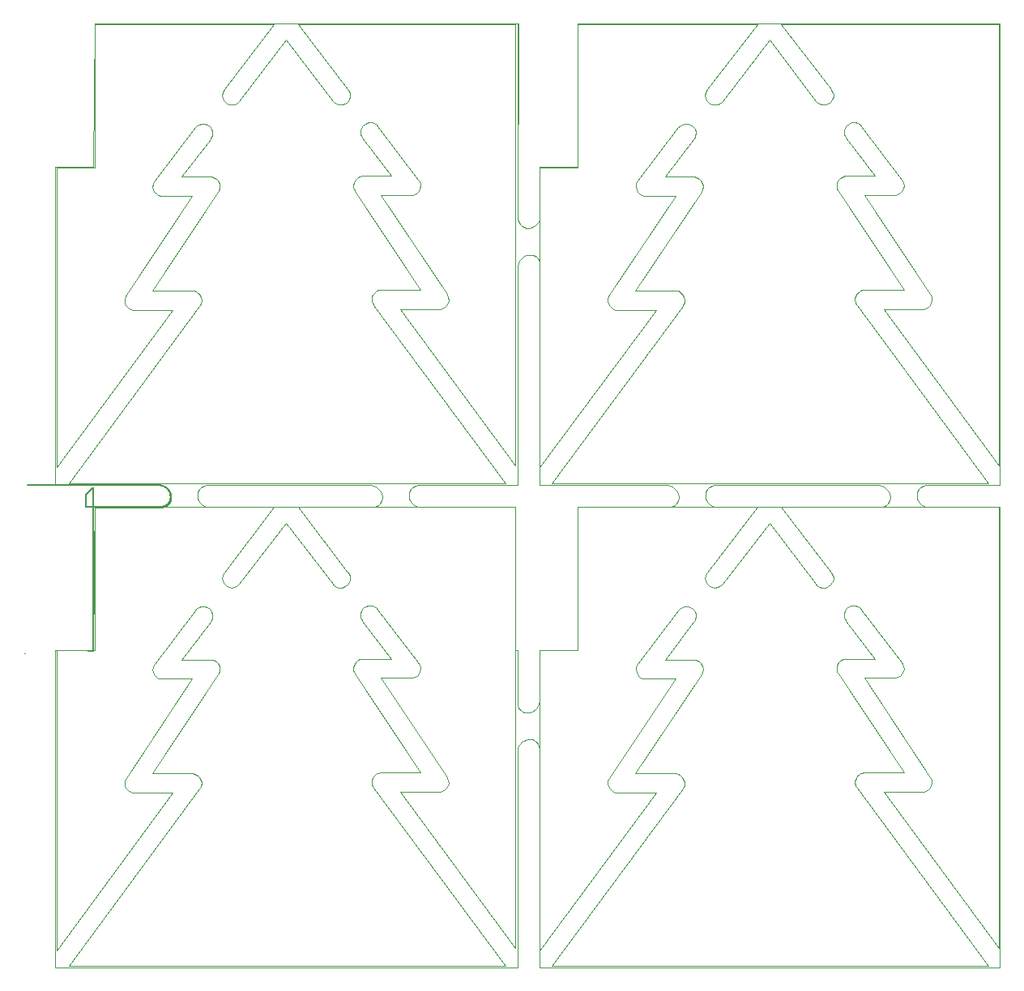
<source format=gm1>
%FSTAX23Y23*%
%MOIN*%
%SFA1B1*%

%IPPOS*%
%ADD33C,0.005000*%
%ADD34C,0.000000*%
%LNpcb_panel_v3-1*%
%LPD*%
G54D33*
X0143Y0289D02*
D01*
D01*
G75*
G03X0147Y0293I0J00040D01*
G74*G01*
D01*
D01*
G75*
G03X0142Y0298I-00050J0D01*
G74*G01*
X0115Y023D02*
Y0297D01*
X0112Y0294D02*
X0115Y0297D01*
X0112Y0289D02*
Y0294D01*
Y0289D02*
X0143D01*
X0141Y0298D02*
X0142D01*
X0135D02*
X0141D01*
X0116D02*
X0135D01*
X0088D02*
X0116D01*
G54D34*
X01159Y04881D02*
X029Y04881D01*
X01151Y04289D02*
X01159Y04881D01*
X00994Y04289D02*
X01151D01*
X00994Y03004D02*
X00994Y04289D01*
X00994Y03004D02*
X00994Y03004D01*
Y04289*
X01151*
X01159Y04881*
X02899*
Y04468D02*
Y04881D01*
Y04468D02*
X029Y04675D01*
Y04881*
X01425Y02982D02*
X01435Y0298D01*
X01131Y02982D02*
X01425D01*
X01131D02*
X01147Y0298D01*
X0142*
X01424*
X01434Y02978*
X01443Y02974*
X01451Y02968*
X01458Y02961*
X01464Y02953*
X01468Y02944*
X0147Y02934*
Y0293D02*
Y02934D01*
Y0293D02*
D01*
Y02926D02*
Y0293D01*
X01468Y02918D02*
X0147Y02926D01*
X01465Y02911D02*
X01468Y02918D01*
X01461Y02904D02*
X01465Y02911D01*
X01455Y02898D02*
X01461Y02904D01*
X01448Y02894D02*
X01455Y02898D01*
X01441Y02891D02*
X01448Y02894D01*
X01433Y0289D02*
X01441Y02891D01*
X01157Y0289D02*
X01433D01*
X01149Y02298D02*
X01157Y0289D01*
X01129Y02297D02*
X01149Y02298D01*
X01129Y02297D02*
X0115D01*
X01152Y023*
Y02469*
X01158Y02887*
X01434*
X01442Y02889*
X0145Y02892*
X01457Y02896*
X01463Y02902*
X01467Y02909*
X0147Y02917*
X01472Y02925*
Y0293*
Y02935*
X0147Y02945D02*
X01472Y02935D01*
X01466Y02954D02*
X0147Y02945D01*
X0146Y02963D02*
X01466Y02954D01*
X01453Y0297D02*
X0146Y02963D01*
X01444Y02976D02*
X01453Y0297D01*
X01435Y0298D02*
X01444Y02976D01*
X00871Y02287D02*
X00871Y02287D01*
X00868Y02287D02*
X00871Y02287D01*
X00868Y02287D02*
X00869Y02287D01*
X00871Y02287*
X00994Y00994D02*
Y02292D01*
X00994D02*
X00994D01*
X00994Y00994D02*
Y02292D01*
Y00994D02*
X02896Y00994D01*
Y01438*
X02896Y00994D02*
X02896Y01438D01*
X00994Y00994D02*
X02896D01*
X0193Y0298D02*
X0229D01*
X02294*
X02304Y02978*
X02313Y02974*
X02321Y02968*
X02328Y02961*
X02334Y02953*
X02338Y02944*
X0234Y02934*
Y0293D02*
Y02934D01*
Y0293D02*
D01*
Y02926D02*
Y0293D01*
X02338Y02918D02*
X0234Y02926D01*
X02335Y02911D02*
X02338Y02918D01*
X02331Y02904D02*
X02335Y02911D01*
X02325Y02898D02*
X02331Y02904D01*
X02318Y02894D02*
X02325Y02898D01*
X02311Y02891D02*
X02318Y02894D01*
X02303Y0289D02*
X02311Y02891D01*
X0191Y0289D02*
X02303D01*
X0163D02*
X0191D01*
X01625D02*
X0163D01*
X01615Y02891D02*
X01625Y0289D01*
X01606Y02895D02*
X01615Y02891D01*
X01598Y02901D02*
X01606Y02895D01*
X01591Y02908D02*
X01598Y02901D01*
X01585Y02916D02*
X01591Y02908D01*
X01581Y02925D02*
X01585Y02916D01*
X0158Y02935D02*
X01581Y02925D01*
X0158Y02935D02*
Y0294D01*
Y02943D02*
Y0294D01*
Y02943D02*
X01581Y02951D01*
X01584Y02958*
X01588Y02965*
X01594Y02971*
X01601Y02975*
X01608Y02978*
X01616Y0298*
X0193*
X041D02*
X0438D01*
X04384*
X04394Y02978*
X04403Y02974*
X04411Y02968*
X04418Y02961*
X04424Y02953*
X04428Y02944*
X0443Y02934*
Y0293D02*
Y02934D01*
Y0293D02*
D01*
Y02926D02*
Y0293D01*
X04428Y02918D02*
X0443Y02926D01*
X04425Y02911D02*
X04428Y02918D01*
X04421Y02904D02*
X04425Y02911D01*
X04415Y02898D02*
X04421Y02904D01*
X04408Y02894D02*
X04415Y02898D01*
X04401Y02891D02*
X04408Y02894D01*
X04393Y0289D02*
X04401Y02891D01*
X0408Y0289D02*
X04393D01*
X0372D02*
X0408D01*
X03715D02*
X0372D01*
X03705Y02891D02*
X03715Y0289D01*
X03696Y02895D02*
X03705Y02891D01*
X03688Y02901D02*
X03696Y02895D01*
X03681Y02908D02*
X03688Y02901D01*
X03675Y02916D02*
X03681Y02908D01*
X03671Y02925D02*
X03675Y02916D01*
X0367Y02935D02*
X03671Y02925D01*
X0367Y02935D02*
Y0294D01*
D01*
Y02943D01*
X03671Y02951*
X03674Y02958*
X03678Y02965*
X03684Y02971*
X03691Y02975*
X03698Y02978*
X03706Y0298*
X041*
X02953Y03928D02*
X0296Y03927D01*
X02968Y03924*
X02974Y03919*
X0298Y03914*
X02984Y03907*
X02987Y039*
X02989Y03892*
Y03888D02*
Y03892D01*
Y0298D02*
Y03888D01*
Y0298D02*
X03145D01*
X0351*
X03514*
X03524Y02978*
X03533Y02974*
X03541Y02968*
X03548Y02961*
X03554Y02953*
X03558Y02944*
X0356Y02934*
Y0293D02*
Y02934D01*
Y02926D02*
Y0293D01*
X03558Y02918D02*
X0356Y02926D01*
X03555Y02911D02*
X03558Y02918D01*
X03551Y02904D02*
X03555Y02911D01*
X03545Y02898D02*
X03551Y02904D01*
X03538Y02894D02*
X03545Y02898D01*
X03531Y02891D02*
X03538Y02894D01*
X03523Y0289D02*
X03531Y02891D01*
X03145Y0289D02*
X03523D01*
X03145Y023D02*
Y0289D01*
X02986Y023D02*
X03145D01*
X02986Y02093D02*
Y023D01*
Y02093D02*
Y02088D01*
X02984Y02079D02*
X02986Y02088D01*
X02981Y0207D02*
X02984Y02079D01*
X02975Y02061D02*
X02981Y0207D01*
X02968Y02055D02*
X02975Y02061D01*
X0296Y02049D02*
X02968Y02055D01*
X02951Y02045D02*
X0296Y02049D01*
X02941Y02043D02*
X02951Y02045D01*
X02936Y02043D02*
X02941D01*
X02932D02*
X02936D01*
X02925Y02045D02*
X02932Y02043D01*
X02917Y02048D02*
X02925Y02045D01*
X02911Y02052D02*
X02917Y02048D01*
X02905Y02058D02*
X02911Y02052D01*
X02901Y02064D02*
X02905Y02058D01*
X02898Y02072D02*
X02901Y02064D01*
X02896Y02079D02*
X02898Y02072D01*
X02896Y02079D02*
Y02083D01*
Y023*
X02886D02*
X02896D01*
X02886D02*
Y0289D01*
X025D02*
X02886D01*
X02495D02*
X025D01*
X02485Y02891D02*
X02495Y0289D01*
X02476Y02895D02*
X02485Y02891D01*
X02468Y02901D02*
X02476Y02895D01*
X02461Y02908D02*
X02468Y02901D01*
X02455Y02916D02*
X02461Y02908D01*
X02451Y02925D02*
X02455Y02916D01*
X0245Y02935D02*
X02451Y02925D01*
X0245Y02935D02*
Y0294D01*
Y02943*
X02451Y02951*
X02454Y02958*
X02458Y02965*
X02464Y02971*
X02471Y02975*
X02478Y02978*
X02486Y0298*
X02899*
Y03878*
Y03883D02*
Y03878D01*
Y03883D02*
X02901Y03893D01*
X02904Y03902*
X0291Y0391*
X02917Y03917*
X02925Y03922*
X02934Y03926*
X02944Y03928*
X02949*
X02953*
X04881Y0298D02*
Y04881D01*
X03145D02*
X04881D01*
X03145Y0429D02*
Y04881D01*
X02989Y0429D02*
X03145D01*
X02989Y04088D02*
Y0429D01*
Y04088D02*
Y04083D01*
X02987Y04074D02*
X02989Y04083D01*
X02983Y04064D02*
X02987Y04074D01*
X02977Y04056D02*
X02983Y04064D01*
X02971Y04049D02*
X02977Y04056D01*
X02962Y04044D02*
X02971Y04049D01*
X02953Y0404D02*
X02962Y04044D01*
X02944Y04038D02*
X02953Y0404D01*
X02939Y04038D02*
X02944D01*
X02935D02*
X02939D01*
X02927Y0404D02*
X02935Y04038D01*
X0292Y04043D02*
X02927Y0404D01*
X02913Y04047D02*
X0292Y04043D01*
X02908Y04053D02*
X02913Y04047D01*
X02903Y04059D02*
X02908Y04053D01*
X029Y04066D02*
X02903Y04059D01*
X02899Y04074D02*
X029Y04066D01*
X02899Y04074D02*
Y04078D01*
Y04468*
X029*
Y04881*
X01159D02*
X029D01*
X01151Y04289D02*
X01159Y04881D01*
X00994Y04289D02*
X01151D01*
X00994Y0298D02*
Y04289D01*
Y0298D02*
X0116D01*
X0142*
X01424*
X01434Y02978*
X01443Y02974*
X01451Y02968*
X01458Y02961*
X01464Y02953*
X01468Y02944*
X0147Y02934*
Y0293D02*
Y02934D01*
Y0293D02*
D01*
Y02926D02*
Y0293D01*
X01468Y02918D02*
X0147Y02926D01*
X01465Y02911D02*
X01468Y02918D01*
X01461Y02904D02*
X01465Y02911D01*
X01455Y02898D02*
X01461Y02904D01*
X01448Y02894D02*
X01455Y02898D01*
X01441Y02891D02*
X01448Y02894D01*
X01433Y0289D02*
X01441Y02891D01*
X01158Y0289D02*
X01433D01*
X0115Y023D02*
X01158Y0289D01*
X00994Y023D02*
X0115D01*
X00994Y00994D02*
Y023D01*
Y00994D02*
X02896D01*
Y01883*
Y01888D02*
Y01883D01*
Y01888D02*
X02898Y01898D01*
X02902Y01907*
X02907Y01915*
X02914Y01922*
X02923Y01928*
X02932Y01931*
X02941Y01933*
X02946*
X0295*
X02958Y01932*
X02965Y01929*
X02972Y01924*
X02977Y01919*
X02982Y01912*
X02985Y01905*
X02986Y01897*
Y01893D02*
Y01897D01*
Y00994D02*
Y01893D01*
Y00994D02*
X04881D01*
Y0289*
X0459D02*
X04881D01*
X04585D02*
X0459D01*
X04575Y02891D02*
X04585Y0289D01*
X04566Y02895D02*
X04575Y02891D01*
X04558Y02901D02*
X04566Y02895D01*
X04551Y02908D02*
X04558Y02901D01*
X04545Y02916D02*
X04551Y02908D01*
X04541Y02925D02*
X04545Y02916D01*
X0454Y02935D02*
X04541Y02925D01*
X0454Y02935D02*
Y0294D01*
Y02943D02*
Y0294D01*
Y02943D02*
X04541Y02951D01*
X04544Y02958*
X04548Y02965*
X04554Y02971*
X04561Y02975*
X04568Y02978*
X04576Y0298*
X04881*
X0193D02*
X0229D01*
X02294*
X02304Y02978*
X02313Y02974*
X02321Y02968*
X02328Y02961*
X02334Y02953*
X02338Y02944*
X0234Y02934*
Y0293D02*
Y02934D01*
Y0293D02*
D01*
Y02926D02*
Y0293D01*
X02338Y02918D02*
X0234Y02926D01*
X02335Y02911D02*
X02338Y02918D01*
X02331Y02904D02*
X02335Y02911D01*
X02325Y02898D02*
X02331Y02904D01*
X02318Y02894D02*
X02325Y02898D01*
X02311Y02891D02*
X02318Y02894D01*
X02303Y0289D02*
X02311Y02891D01*
X0191Y0289D02*
X02303D01*
X0163D02*
X0191D01*
X01625D02*
X0163D01*
X01615Y02891D02*
X01625Y0289D01*
X01606Y02895D02*
X01615Y02891D01*
X01598Y02901D02*
X01606Y02895D01*
X01591Y02908D02*
X01598Y02901D01*
X01585Y02916D02*
X01591Y02908D01*
X01581Y02925D02*
X01585Y02916D01*
X0158Y02935D02*
X01581Y02925D01*
X0158Y02935D02*
Y0294D01*
Y02943D02*
Y0294D01*
Y02943D02*
X01581Y02951D01*
X01584Y02958*
X01588Y02965*
X01594Y02971*
X01601Y02975*
X01608Y02978*
X01616Y0298*
X0193*
X041D02*
X0438D01*
X04384*
X04394Y02978*
X04403Y02974*
X04411Y02968*
X04418Y02961*
X04424Y02953*
X04428Y02944*
X0443Y02934*
Y0293D02*
Y02934D01*
Y0293D02*
D01*
Y02926D02*
Y0293D01*
X04428Y02918D02*
X0443Y02926D01*
X04425Y02911D02*
X04428Y02918D01*
X04421Y02904D02*
X04425Y02911D01*
X04415Y02898D02*
X04421Y02904D01*
X04408Y02894D02*
X04415Y02898D01*
X04401Y02891D02*
X04408Y02894D01*
X04393Y0289D02*
X04401Y02891D01*
X0408Y0289D02*
X04393D01*
X0372D02*
X0408D01*
X03715D02*
X0372D01*
X03705Y02891D02*
X03715Y0289D01*
X03696Y02895D02*
X03705Y02891D01*
X03688Y02901D02*
X03696Y02895D01*
X03681Y02908D02*
X03688Y02901D01*
X03675Y02916D02*
X03681Y02908D01*
X03671Y02925D02*
X03675Y02916D01*
X0367Y02935D02*
X03671Y02925D01*
X0367Y02935D02*
Y0294D01*
D01*
Y02943D01*
X03671Y02951*
X03674Y02958*
X03678Y02965*
X03684Y02971*
X03691Y02975*
X03698Y02978*
X03706Y0298*
X041*
X02953Y03928D02*
X0296Y03927D01*
X02968Y03924*
X02974Y03919*
X0298Y03914*
X02984Y03907*
X02987Y039*
X02989Y03892*
Y03888D02*
Y03892D01*
Y0298D02*
Y03888D01*
Y0298D02*
X03145D01*
X0351*
X03514*
X03524Y02978*
X03533Y02974*
X03541Y02968*
X03548Y02961*
X03554Y02953*
X03558Y02944*
X0356Y02934*
Y0293D02*
Y02934D01*
Y02926D02*
Y0293D01*
X03558Y02918D02*
X0356Y02926D01*
X03555Y02911D02*
X03558Y02918D01*
X03551Y02904D02*
X03555Y02911D01*
X03545Y02898D02*
X03551Y02904D01*
X03538Y02894D02*
X03545Y02898D01*
X03531Y02891D02*
X03538Y02894D01*
X03523Y0289D02*
X03531Y02891D01*
X03145Y0289D02*
X03523D01*
X03145Y023D02*
Y0289D01*
X02986Y023D02*
X03145D01*
X02986Y02093D02*
Y023D01*
Y02093D02*
Y02088D01*
X02984Y02079D02*
X02986Y02088D01*
X02981Y0207D02*
X02984Y02079D01*
X02975Y02061D02*
X02981Y0207D01*
X02968Y02055D02*
X02975Y02061D01*
X0296Y02049D02*
X02968Y02055D01*
X02951Y02045D02*
X0296Y02049D01*
X02941Y02043D02*
X02951Y02045D01*
X02936Y02043D02*
X02941D01*
X02932D02*
X02936D01*
X02925Y02045D02*
X02932Y02043D01*
X02917Y02048D02*
X02925Y02045D01*
X02911Y02052D02*
X02917Y02048D01*
X02905Y02058D02*
X02911Y02052D01*
X02901Y02064D02*
X02905Y02058D01*
X02898Y02072D02*
X02901Y02064D01*
X02896Y02079D02*
X02898Y02072D01*
X02896Y02079D02*
Y02083D01*
Y023*
X02886D02*
X02896D01*
X02886D02*
Y0289D01*
X025D02*
X02886D01*
X02495D02*
X025D01*
X02485Y02891D02*
X02495Y0289D01*
X02476Y02895D02*
X02485Y02891D01*
X02468Y02901D02*
X02476Y02895D01*
X02461Y02908D02*
X02468Y02901D01*
X02455Y02916D02*
X02461Y02908D01*
X02451Y02925D02*
X02455Y02916D01*
X0245Y02935D02*
X02451Y02925D01*
X0245Y02935D02*
Y0294D01*
Y02943*
X02451Y02951*
X02454Y02958*
X02458Y02965*
X02464Y02971*
X02471Y02975*
X02478Y02978*
X02486Y0298*
X02899*
Y03878*
Y03883D02*
Y03878D01*
Y03883D02*
X02901Y03893D01*
X02904Y03902*
X0291Y0391*
X02917Y03917*
X02925Y03922*
X02934Y03926*
X02944Y03928*
X02949*
X02953*
X04881Y0298D02*
Y04881D01*
X03145D02*
X04881D01*
X03145Y0429D02*
Y04881D01*
X02989Y0429D02*
X03145D01*
X02989Y04088D02*
Y0429D01*
Y04088D02*
Y04083D01*
X02987Y04074D02*
X02989Y04083D01*
X02983Y04064D02*
X02987Y04074D01*
X02977Y04056D02*
X02983Y04064D01*
X02971Y04049D02*
X02977Y04056D01*
X02962Y04044D02*
X02971Y04049D01*
X02953Y0404D02*
X02962Y04044D01*
X02944Y04038D02*
X02953Y0404D01*
X02939Y04038D02*
X02944D01*
X02935D02*
X02939D01*
X02927Y0404D02*
X02935Y04038D01*
X0292Y04043D02*
X02927Y0404D01*
X02913Y04047D02*
X0292Y04043D01*
X02908Y04053D02*
X02913Y04047D01*
X02903Y04059D02*
X02908Y04053D01*
X029Y04066D02*
X02903Y04059D01*
X02899Y04074D02*
X029Y04066D01*
X02899Y04074D02*
Y04078D01*
Y04468*
X029*
Y04881*
X01159D02*
X029D01*
X01151Y04289D02*
X01159Y04881D01*
X00994Y04289D02*
X01151D01*
X00994Y0298D02*
Y04289D01*
Y0298D02*
X0116D01*
X0142*
X01424*
X01434Y02978*
X01443Y02974*
X01451Y02968*
X01458Y02961*
X01464Y02953*
X01468Y02944*
X0147Y02934*
Y0293D02*
Y02934D01*
Y0293D02*
D01*
Y02926D02*
Y0293D01*
X01468Y02918D02*
X0147Y02926D01*
X01465Y02911D02*
X01468Y02918D01*
X01461Y02904D02*
X01465Y02911D01*
X01455Y02898D02*
X01461Y02904D01*
X01448Y02894D02*
X01455Y02898D01*
X01441Y02891D02*
X01448Y02894D01*
X01433Y0289D02*
X01441Y02891D01*
X01158Y0289D02*
X01433D01*
X0115Y023D02*
X01158Y0289D01*
X00994Y023D02*
X0115D01*
X00994Y00994D02*
Y023D01*
Y00994D02*
X02896D01*
Y01883*
Y01888D02*
Y01883D01*
Y01888D02*
X02898Y01898D01*
X02902Y01907*
X02907Y01915*
X02914Y01922*
X02923Y01928*
X02932Y01931*
X02941Y01933*
X02946*
X0295*
X02958Y01932*
X02965Y01929*
X02972Y01924*
X02977Y01919*
X02982Y01912*
X02985Y01905*
X02986Y01897*
Y01893D02*
Y01897D01*
Y00994D02*
Y01893D01*
Y00994D02*
X04881D01*
Y0289*
X0459D02*
X04881D01*
X04585D02*
X0459D01*
X04575Y02891D02*
X04585Y0289D01*
X04566Y02895D02*
X04575Y02891D01*
X04558Y02901D02*
X04566Y02895D01*
X04551Y02908D02*
X04558Y02901D01*
X04545Y02916D02*
X04551Y02908D01*
X04541Y02925D02*
X04545Y02916D01*
X0454Y02935D02*
X04541Y02925D01*
X0454Y02935D02*
Y0294D01*
Y02943D02*
Y0294D01*
Y02943D02*
X04541Y02951D01*
X04544Y02958*
X04548Y02965*
X04554Y02971*
X04561Y02975*
X04568Y02978*
X04576Y0298*
X04881*
X02889Y01073D02*
Y02889D01*
X01994D02*
X02889D01*
X01994D02*
X02199Y02621D01*
D01*
X02201Y02619D01*
X02204Y02613*
X02206Y02607*
X02207Y026*
Y02597D02*
Y026D01*
Y02591D02*
Y02597D01*
X02204Y02579D02*
X02207Y02591D01*
X02196Y02569D02*
X02204Y02579D01*
X02186Y02562D02*
X02196Y02569D01*
X02175Y02558D02*
X02186Y02562D01*
X02162Y02558D02*
X02175Y02558D01*
X02151Y02561D02*
X02162Y02558D01*
X0214Y02568D02*
X02151Y02561D01*
X02137Y02573D02*
X0214Y02568D01*
X01945Y02825D02*
X02137Y02573D01*
X01752D02*
X01945Y02825D01*
X01752Y02573D02*
D01*
X01749Y02569D02*
X01752Y02573D01*
X01741Y02563D02*
X01749Y02569D01*
X01731Y02559D02*
X01741Y02563D01*
X01721Y02557D02*
X01731Y02559D01*
X01711Y02559D02*
X01721Y02557D01*
X01701Y02563D02*
X01711Y02559D01*
X01693Y02569D02*
X01701Y02563D01*
X01687Y02577D02*
X01693Y02569D01*
X01683Y02587D02*
X01687Y02577D01*
X01681Y02597D02*
X01683Y02587D01*
X01681Y02597D02*
X01683Y02607D01*
X01687Y02617*
X0169Y02621*
X01895Y02889*
X01157D02*
X01895D01*
X01157Y02299D02*
Y02889D01*
X01Y02299D02*
X01157D01*
X01Y01064D02*
Y02299D01*
Y01064D02*
X01478Y01713D01*
X01314D02*
X01478D01*
X01304Y01716D02*
X01314Y01713D01*
X01295Y01722D02*
X01304Y01716D01*
X01287Y01729D02*
X01295Y01722D01*
X01282Y01739D02*
X01287Y01729D01*
X0128Y01749D02*
X01282Y01739D01*
X0128Y01749D02*
X01281Y0176D01*
X01284Y0177*
X01287Y01775*
X01558Y02182*
X0143D02*
X01558D01*
X01419Y02185D02*
X0143Y02182D01*
X0141Y02191D02*
X01419Y02185D01*
X01402Y02199D02*
X0141Y02191D01*
X01397Y02209D02*
X01402Y02199D01*
X01395Y02219D02*
X01397Y02209D01*
X01395Y02219D02*
X01396Y0223D01*
X014Y02241*
X01404Y02245*
X01571Y02465*
D01*
X01574Y02469D01*
X01585Y02477*
X01596Y0248*
X01609Y0248*
X0162Y02476*
X0163Y02469*
X01638Y02459*
X01641Y02447*
Y02441D02*
Y02447D01*
Y02437D02*
Y02441D01*
X0164Y02431D02*
X01641Y02437D01*
X01638Y02425D02*
X0164Y02431D01*
X01635Y02419D02*
X01638Y02425D01*
X01633Y02417D02*
X01635Y02419D01*
X01515Y02261D02*
X01633Y02417D01*
X01515Y02261D02*
X01636D01*
X01643Y02259*
X01651Y02256*
X01657Y02252*
X01663Y02246*
X01667Y0224*
X0167Y02233*
X01671Y02225*
Y02221D02*
Y02225D01*
Y02218D02*
Y02221D01*
X0167Y02213D02*
X01671Y02218D01*
X01669Y02207D02*
X0167Y02213D01*
X01666Y02202D02*
X01669Y02207D01*
X01665Y02199D02*
X01666Y02202D01*
X01393Y01792D02*
X01665Y02199D01*
X01393Y01792D02*
X0156D01*
X01568Y01791*
X01575Y01788*
X01581Y01783*
X01587Y01778*
X01591Y01771*
X01594Y01764*
X01596Y01757*
Y01753D02*
Y01757D01*
Y0175D02*
Y01753D01*
X01595Y01743D02*
X01596Y0175D01*
X01593Y01737D02*
X01595Y01743D01*
X0159Y01732D02*
X01593Y01737D01*
X01588Y01729D02*
X0159Y01732D01*
X0105Y01D02*
X01588Y01729D01*
X0105Y01D02*
X02846D01*
X02305Y01733D02*
X02846Y01D01*
X02303Y01736D02*
X02305Y01733D01*
X023Y01741D02*
X02303Y01736D01*
X02298Y01747D02*
X023Y01741D01*
X02297Y01753D02*
X02298Y01747D01*
X02297Y01753D02*
Y01757D01*
Y0176*
X02299Y01768*
X02302Y01775*
X02306Y01782*
X02311Y01787*
X02318Y01792*
X02325Y01794*
X02333Y01796*
X02499*
X02228Y02203D02*
X02499Y01796D01*
X02226Y02206D02*
X02228Y02203D01*
X02224Y02211D02*
X02226Y02206D01*
X02222Y02216D02*
X02224Y02211D01*
X02221Y02222D02*
X02222Y02216D01*
X02221Y02222D02*
Y02225D01*
Y02229*
X02223Y02237*
X02226Y02244*
X0223Y0225*
X02236Y02256*
X02242Y0226*
X02249Y02263*
X02257Y02264*
X02378*
X02259Y02421D02*
X02378Y02264D01*
X02257Y02423D02*
X02259Y02421D01*
X02254Y02429D02*
X02257Y02423D01*
X02252Y02435D02*
X02254Y02429D01*
X02251Y02441D02*
X02252Y02435D01*
X02251Y02441D02*
Y02445D01*
Y02451*
X02255Y02463*
X02262Y02473*
X02272Y0248*
X02284Y02484*
X02296Y02484*
X02308Y0248*
X02318Y02473*
X02322Y02468*
X02489Y02249*
X02492Y02245*
X02496Y02234*
X02497Y02223*
X02495Y02213D02*
X02497Y02223D01*
X0249Y02203D02*
X02495Y02213D01*
X02483Y02195D02*
X0249Y02203D01*
X02474Y02189D02*
X02483Y02195D01*
X02463Y02186D02*
X02474Y02189D01*
X02334Y02186D02*
X02463D01*
X02334D02*
X02606Y01778D01*
X02609Y01774*
X02612Y01764*
X02613Y01753*
X0261Y01743D02*
X02613Y01753D01*
X02605Y01733D02*
X0261Y01743D01*
X02598Y01726D02*
X02605Y01733D01*
X02589Y0172D02*
X02598Y01726D01*
X02578Y01717D02*
X02589Y0172D01*
X02415Y01717D02*
X02578D01*
X02415D02*
X02889Y01073D01*
X04877D02*
Y02889D01*
X03982D02*
X04877D01*
X03982D02*
X04187Y02621D01*
D01*
X04189Y02619D01*
X04192Y02613*
X04195Y02607*
X04196Y026*
Y02597D02*
Y026D01*
Y02591D02*
Y02597D01*
X04192Y02579D02*
X04196Y02591D01*
X04185Y02569D02*
X04192Y02579D01*
X04175Y02562D02*
X04185Y02569D01*
X04163Y02558D02*
X04175Y02562D01*
X04151Y02558D02*
X04163Y02558D01*
X04139Y02561D02*
X04151Y02558D01*
X04129Y02568D02*
X04139Y02561D01*
X04125Y02573D02*
X04129Y02568D01*
X03933Y02825D02*
X04125Y02573D01*
X0374D02*
X03933Y02825D01*
X0374Y02573D02*
D01*
X03737Y02569D02*
X0374Y02573D01*
X03729Y02563D02*
X03737Y02569D01*
X0372Y02559D02*
X03729Y02563D01*
X03709Y02557D02*
X0372Y02559D01*
X03699Y02559D02*
X03709Y02557D01*
X03689Y02563D02*
X03699Y02559D01*
X03681Y02569D02*
X03689Y02563D01*
X03675Y02577D02*
X03681Y02569D01*
X03671Y02587D02*
X03675Y02577D01*
X03669Y02597D02*
X03671Y02587D01*
X03669Y02597D02*
X03671Y02607D01*
X03675Y02617*
X03678Y02621*
X03883Y02889*
X03145D02*
X03883D01*
X03145Y02299D02*
Y02889D01*
X02988Y02299D02*
X03145D01*
X02988Y01064D02*
Y02299D01*
Y01064D02*
X03466Y01713D01*
X03302D02*
X03466D01*
X03292Y01716D02*
X03302Y01713D01*
X03283Y01722D02*
X03292Y01716D01*
X03276Y01729D02*
X03283Y01722D01*
X03271Y01739D02*
X03276Y01729D01*
X03268Y01749D02*
X03271Y01739D01*
X03268Y01749D02*
X03269Y0176D01*
X03272Y0177*
X03275Y01775*
X03547Y02182*
X03418D02*
X03547D01*
X03407Y02185D02*
X03418Y02182D01*
X03398Y02191D02*
X03407Y02185D01*
X0339Y02199D02*
X03398Y02191D01*
X03386Y02209D02*
X0339Y02199D01*
X03384Y02219D02*
X03386Y02209D01*
X03384Y02219D02*
X03385Y0223D01*
X03389Y02241*
X03392Y02245*
X03559Y02465*
D01*
X03563Y02469D01*
X03573Y02477*
X03585Y0248*
X03597Y0248*
X03609Y02476*
X03619Y02469*
X03626Y02459*
X0363Y02447*
Y02441D02*
Y02447D01*
Y02437D02*
Y02441D01*
X03629Y02431D02*
X0363Y02437D01*
X03626Y02425D02*
X03629Y02431D01*
X03623Y02419D02*
X03626Y02425D01*
X03622Y02417D02*
X03623Y02419D01*
X03503Y02261D02*
X03622Y02417D01*
X03503Y02261D02*
X03624D01*
X03632Y02259*
X03639Y02256*
X03645Y02252*
X03651Y02246*
X03655Y0224*
X03658Y02233*
X0366Y02225*
Y02221D02*
Y02225D01*
Y02218D02*
Y02221D01*
X03659Y02213D02*
X0366Y02218D01*
X03657Y02207D02*
X03659Y02213D01*
X03655Y02202D02*
X03657Y02207D01*
X03653Y02199D02*
X03655Y02202D01*
X03381Y01792D02*
X03653Y02199D01*
X03381Y01792D02*
X03548D01*
X03556Y01791*
X03563Y01788*
X03569Y01783*
X03575Y01778*
X03579Y01771*
X03582Y01764*
X03584Y01757*
Y01753D02*
Y01757D01*
Y0175D02*
Y01753D01*
X03583Y01743D02*
X03584Y0175D01*
X03581Y01737D02*
X03583Y01743D01*
X03578Y01732D02*
X03581Y01737D01*
X03576Y01729D02*
X03578Y01732D01*
X03038Y01D02*
X03576Y01729D01*
X03038Y01D02*
X04834D01*
X04293Y01733D02*
X04834Y01D01*
X04291Y01736D02*
X04293Y01733D01*
X04288Y01741D02*
X04291Y01736D01*
X04286Y01747D02*
X04288Y01741D01*
X04285Y01753D02*
X04286Y01747D01*
X04285Y01753D02*
Y01757D01*
Y0176*
X04287Y01768*
X0429Y01775*
X04294Y01782*
X043Y01787*
X04306Y01792*
X04313Y01794*
X04321Y01796*
X04488*
X04216Y02203D02*
X04488Y01796D01*
X04215Y02206D02*
X04216Y02203D01*
X04212Y02211D02*
X04215Y02206D01*
X0421Y02216D02*
X04212Y02211D01*
X0421Y02222D02*
X0421Y02216D01*
X0421Y02222D02*
Y02225D01*
Y02229*
X04211Y02237*
X04214Y02244*
X04218Y0225*
X04224Y02256*
X0423Y0226*
X04237Y02263*
X04245Y02264*
X04366*
X04248Y02421D02*
X04366Y02264D01*
X04246Y02423D02*
X04248Y02421D01*
X04243Y02429D02*
X04246Y02423D01*
X04241Y02435D02*
X04243Y02429D01*
X0424Y02441D02*
X04241Y02435D01*
X0424Y02441D02*
Y02445D01*
Y02451*
X04243Y02463*
X04251Y02473*
X0426Y0248*
X04272Y02484*
X04285Y02484*
X04296Y0248*
X04306Y02473*
X0431Y02468*
X04477Y02249*
X0448Y02245*
X04485Y02234*
X04486Y02223*
X04484Y02213D02*
X04486Y02223D01*
X04479Y02203D02*
X04484Y02213D01*
X04471Y02195D02*
X04479Y02203D01*
X04462Y02189D02*
X04471Y02195D01*
X04451Y02186D02*
X04462Y02189D01*
X04323Y02186D02*
X04451D01*
X04323D02*
X04594Y01778D01*
X04597Y01774*
X046Y01764*
X04601Y01753*
X04599Y01743D02*
X04601Y01753D01*
X04593Y01733D02*
X04599Y01743D01*
X04586Y01726D02*
X04593Y01733D01*
X04577Y0172D02*
X04586Y01726D01*
X04567Y01717D02*
X04577Y0172D01*
X04403Y01717D02*
X04567D01*
X04403D02*
X04877Y01073D01*
X02889Y03061D02*
Y04877D01*
X01994D02*
X02889D01*
X01994D02*
X02199Y04609D01*
D01*
X02201Y04607D01*
X02204Y04601*
X02206Y04595*
X02207Y04589*
Y04585D02*
Y04589D01*
Y04579D02*
Y04585D01*
X02204Y04567D02*
X02207Y04579D01*
X02196Y04557D02*
X02204Y04567D01*
X02186Y0455D02*
X02196Y04557D01*
X02175Y04546D02*
X02186Y0455D01*
X02162Y04546D02*
X02175Y04546D01*
X02151Y04549D02*
X02162Y04546D01*
X0214Y04557D02*
X02151Y04549D01*
X02137Y04561D02*
X0214Y04557D01*
X01945Y04813D02*
X02137Y04561D01*
X01752D02*
X01945Y04813D01*
X01752Y04561D02*
D01*
X01749Y04557D02*
X01752Y04561D01*
X01741Y04551D02*
X01749Y04557D01*
X01731Y04547D02*
X01741Y04551D01*
X01721Y04546D02*
X01731Y04547D01*
X01711Y04547D02*
X01721Y04546D01*
X01701Y04551D02*
X01711Y04547D01*
X01693Y04557D02*
X01701Y04551D01*
X01687Y04565D02*
X01693Y04557D01*
X01683Y04575D02*
X01687Y04565D01*
X01681Y04585D02*
X01683Y04575D01*
X01681Y04585D02*
X01683Y04596D01*
X01687Y04605*
X0169Y04609*
X01895Y04877*
X01157D02*
X01895D01*
X01157Y04287D02*
Y04877D01*
X01Y04287D02*
X01157D01*
X01Y03052D02*
Y04287D01*
Y03052D02*
X01478Y03701D01*
X01314D02*
X01478D01*
X01304Y03704D02*
X01314Y03701D01*
X01295Y0371D02*
X01304Y03704D01*
X01287Y03718D02*
X01295Y0371D01*
X01282Y03727D02*
X01287Y03718D01*
X0128Y03737D02*
X01282Y03727D01*
X0128Y03737D02*
X01281Y03748D01*
X01284Y03758*
X01287Y03763*
X01558Y0417*
X0143D02*
X01558D01*
X01419Y04173D02*
X0143Y0417D01*
X0141Y04179D02*
X01419Y04173D01*
X01402Y04187D02*
X0141Y04179D01*
X01397Y04197D02*
X01402Y04187D01*
X01395Y04208D02*
X01397Y04197D01*
X01395Y04208D02*
X01396Y04219D01*
X014Y04229*
X01404Y04233*
X01571Y04453*
D01*
X01574Y04458D01*
X01585Y04465*
X01596Y04468*
X01609Y04468*
X0162Y04464*
X0163Y04457*
X01638Y04447*
X01641Y04435*
Y04429D02*
Y04435D01*
Y04426D02*
Y04429D01*
X0164Y04419D02*
X01641Y04426D01*
X01638Y04413D02*
X0164Y04419D01*
X01635Y04408D02*
X01638Y04413D01*
X01633Y04405D02*
X01635Y04408D01*
X01515Y04249D02*
X01633Y04405D01*
X01515Y04249D02*
X01636D01*
X01643Y04247*
X01651Y04244*
X01657Y0424*
X01663Y04234*
X01667Y04228*
X0167Y04221*
X01671Y04213*
Y04209D02*
Y04213D01*
Y04206D02*
Y04209D01*
X0167Y04201D02*
X01671Y04206D01*
X01669Y04195D02*
X0167Y04201D01*
X01666Y0419D02*
X01669Y04195D01*
X01665Y04187D02*
X01666Y0419D01*
X01393Y0378D02*
X01665Y04187D01*
X01393Y0378D02*
X0156D01*
X01568Y03779*
X01575Y03776*
X01581Y03771*
X01587Y03766*
X01591Y0376*
X01594Y03752*
X01596Y03745*
Y03741D02*
Y03745D01*
Y03738D02*
Y03741D01*
X01595Y03732D02*
X01596Y03738D01*
X01593Y03726D02*
X01595Y03732D01*
X0159Y0372D02*
X01593Y03726D01*
X01588Y03717D02*
X0159Y0372D01*
X0105Y02988D02*
X01588Y03717D01*
X0105Y02988D02*
X02846D01*
X02305Y03721D02*
X02846Y02988D01*
X02303Y03724D02*
X02305Y03721D01*
X023Y0373D02*
X02303Y03724D01*
X02298Y03735D02*
X023Y0373D01*
X02297Y03742D02*
X02298Y03735D01*
X02297Y03742D02*
Y03745D01*
Y03749*
X02299Y03756*
X02302Y03763*
X02306Y0377*
X02311Y03775*
X02318Y0378*
X02325Y03783*
X02333Y03784*
X02499*
X02228Y04191D02*
X02499Y03784D01*
X02226Y04194D02*
X02228Y04191D01*
X02224Y04199D02*
X02226Y04194D01*
X02222Y04205D02*
X02224Y04199D01*
X02221Y0421D02*
X02222Y04205D01*
X02221Y0421D02*
Y04213D01*
Y04217*
X02223Y04225*
X02226Y04232*
X0223Y04238*
X02236Y04244*
X02242Y04248*
X02249Y04251*
X02257Y04253*
X02378*
X02259Y04409D02*
X02378Y04253D01*
X02257Y04412D02*
X02259Y04409D01*
X02254Y04417D02*
X02257Y04412D01*
X02252Y04423D02*
X02254Y04417D01*
X02251Y0443D02*
X02252Y04423D01*
X02251Y0443D02*
Y04433D01*
Y04439*
X02255Y04451*
X02262Y04461*
X02272Y04468*
X02284Y04472*
X02296Y04472*
X02308Y04469*
X02318Y04462*
X02322Y04457*
X02489Y04237*
X02492Y04233*
X02496Y04222*
X02497Y04212*
X02495Y04201D02*
X02497Y04212D01*
X0249Y04191D02*
X02495Y04201D01*
X02483Y04183D02*
X0249Y04191D01*
X02474Y04177D02*
X02483Y04183D01*
X02463Y04174D02*
X02474Y04177D01*
X02334Y04174D02*
X02463D01*
X02334D02*
X02606Y03767D01*
X02609Y03762*
X02612Y03752*
X02613Y03741*
X0261Y03731D02*
X02613Y03741D01*
X02605Y03721D02*
X0261Y03731D01*
X02598Y03714D02*
X02605Y03721D01*
X02589Y03708D02*
X02598Y03714D01*
X02578Y03705D02*
X02589Y03708D01*
X02415Y03705D02*
X02578D01*
X02415D02*
X02889Y03061D01*
X04877D02*
Y04877D01*
X03982D02*
X04877D01*
X03982D02*
X04187Y04609D01*
D01*
X04189Y04607D01*
X04192Y04601*
X04195Y04595*
X04196Y04589*
Y04585D02*
Y04589D01*
Y04579D02*
Y04585D01*
X04192Y04567D02*
X04196Y04579D01*
X04185Y04557D02*
X04192Y04567D01*
X04175Y0455D02*
X04185Y04557D01*
X04163Y04546D02*
X04175Y0455D01*
X04151Y04546D02*
X04163Y04546D01*
X04139Y04549D02*
X04151Y04546D01*
X04129Y04557D02*
X04139Y04549D01*
X04125Y04561D02*
X04129Y04557D01*
X03933Y04813D02*
X04125Y04561D01*
X0374D02*
X03933Y04813D01*
X0374Y04561D02*
D01*
X03737Y04557D02*
X0374Y04561D01*
X03729Y04551D02*
X03737Y04557D01*
X0372Y04547D02*
X03729Y04551D01*
X03709Y04546D02*
X0372Y04547D01*
X03699Y04547D02*
X03709Y04546D01*
X03689Y04551D02*
X03699Y04547D01*
X03681Y04557D02*
X03689Y04551D01*
X03675Y04565D02*
X03681Y04557D01*
X03671Y04575D02*
X03675Y04565D01*
X03669Y04585D02*
X03671Y04575D01*
X03669Y04585D02*
X03671Y04596D01*
X03675Y04605*
X03678Y04609*
X03883Y04877*
X03145D02*
X03883D01*
X03145Y04287D02*
Y04877D01*
X02988Y04287D02*
X03145D01*
X02988Y03052D02*
Y04287D01*
Y03052D02*
X03466Y03701D01*
X03302D02*
X03466D01*
X03292Y03704D02*
X03302Y03701D01*
X03283Y0371D02*
X03292Y03704D01*
X03276Y03718D02*
X03283Y0371D01*
X03271Y03727D02*
X03276Y03718D01*
X03268Y03737D02*
X03271Y03727D01*
X03268Y03737D02*
X03269Y03748D01*
X03272Y03758*
X03275Y03763*
X03547Y0417*
X03418D02*
X03547D01*
X03407Y04173D02*
X03418Y0417D01*
X03398Y04179D02*
X03407Y04173D01*
X0339Y04187D02*
X03398Y04179D01*
X03386Y04197D02*
X0339Y04187D01*
X03384Y04208D02*
X03386Y04197D01*
X03384Y04208D02*
X03385Y04219D01*
X03389Y04229*
X03392Y04233*
X03559Y04453*
D01*
X03563Y04458D01*
X03573Y04465*
X03585Y04468*
X03597Y04468*
X03609Y04464*
X03619Y04457*
X03626Y04447*
X0363Y04435*
Y04429D02*
Y04435D01*
Y04426D02*
Y04429D01*
X03629Y04419D02*
X0363Y04426D01*
X03626Y04413D02*
X03629Y04419D01*
X03623Y04408D02*
X03626Y04413D01*
X03622Y04405D02*
X03623Y04408D01*
X03503Y04249D02*
X03622Y04405D01*
X03503Y04249D02*
X03624D01*
X03632Y04247*
X03639Y04244*
X03645Y0424*
X03651Y04234*
X03655Y04228*
X03658Y04221*
X0366Y04213*
Y04209D02*
Y04213D01*
Y04206D02*
Y04209D01*
X03659Y04201D02*
X0366Y04206D01*
X03657Y04195D02*
X03659Y04201D01*
X03655Y0419D02*
X03657Y04195D01*
X03653Y04187D02*
X03655Y0419D01*
X03381Y0378D02*
X03653Y04187D01*
X03381Y0378D02*
X03548D01*
X03556Y03779*
X03563Y03776*
X03569Y03771*
X03575Y03766*
X03579Y0376*
X03582Y03752*
X03584Y03745*
Y03741D02*
Y03745D01*
Y03738D02*
Y03741D01*
X03583Y03732D02*
X03584Y03738D01*
X03581Y03726D02*
X03583Y03732D01*
X03578Y0372D02*
X03581Y03726D01*
X03576Y03717D02*
X03578Y0372D01*
X03038Y02988D02*
X03576Y03717D01*
X03038Y02988D02*
X04834D01*
X04293Y03721D02*
X04834Y02988D01*
X04291Y03724D02*
X04293Y03721D01*
X04288Y0373D02*
X04291Y03724D01*
X04286Y03735D02*
X04288Y0373D01*
X04285Y03742D02*
X04286Y03735D01*
X04285Y03742D02*
Y03745D01*
Y03749*
X04287Y03756*
X0429Y03763*
X04294Y0377*
X043Y03775*
X04306Y0378*
X04313Y03783*
X04321Y03784*
X04488*
X04216Y04191D02*
X04488Y03784D01*
X04215Y04194D02*
X04216Y04191D01*
X04212Y04199D02*
X04215Y04194D01*
X0421Y04205D02*
X04212Y04199D01*
X0421Y0421D02*
X0421Y04205D01*
X0421Y0421D02*
Y04213D01*
Y04217*
X04211Y04225*
X04214Y04232*
X04218Y04238*
X04224Y04244*
X0423Y04248*
X04237Y04251*
X04245Y04253*
X04366*
X04248Y04409D02*
X04366Y04253D01*
X04246Y04412D02*
X04248Y04409D01*
X04243Y04417D02*
X04246Y04412D01*
X04241Y04423D02*
X04243Y04417D01*
X0424Y0443D02*
X04241Y04423D01*
X0424Y0443D02*
Y04433D01*
Y04439*
X04243Y04451*
X04251Y04461*
X0426Y04468*
X04272Y04472*
X04285Y04472*
X04296Y04469*
X04306Y04462*
X0431Y04457*
X04477Y04237*
X0448Y04233*
X04485Y04222*
X04486Y04212*
X04484Y04201D02*
X04486Y04212D01*
X04479Y04191D02*
X04484Y04201D01*
X04471Y04183D02*
X04479Y04191D01*
X04462Y04177D02*
X04471Y04183D01*
X04451Y04174D02*
X04462Y04177D01*
X04323Y04174D02*
X04451D01*
X04323D02*
X04594Y03767D01*
X04597Y03762*
X046Y03752*
X04601Y03741*
X04599Y03731D02*
X04601Y03741D01*
X04593Y03721D02*
X04599Y03731D01*
X04586Y03714D02*
X04593Y03721D01*
X04577Y03708D02*
X04586Y03714D01*
X04567Y03705D02*
X04577Y03708D01*
X04403Y03705D02*
X04567D01*
X04403D02*
X04877Y03061D01*
M02*
</source>
